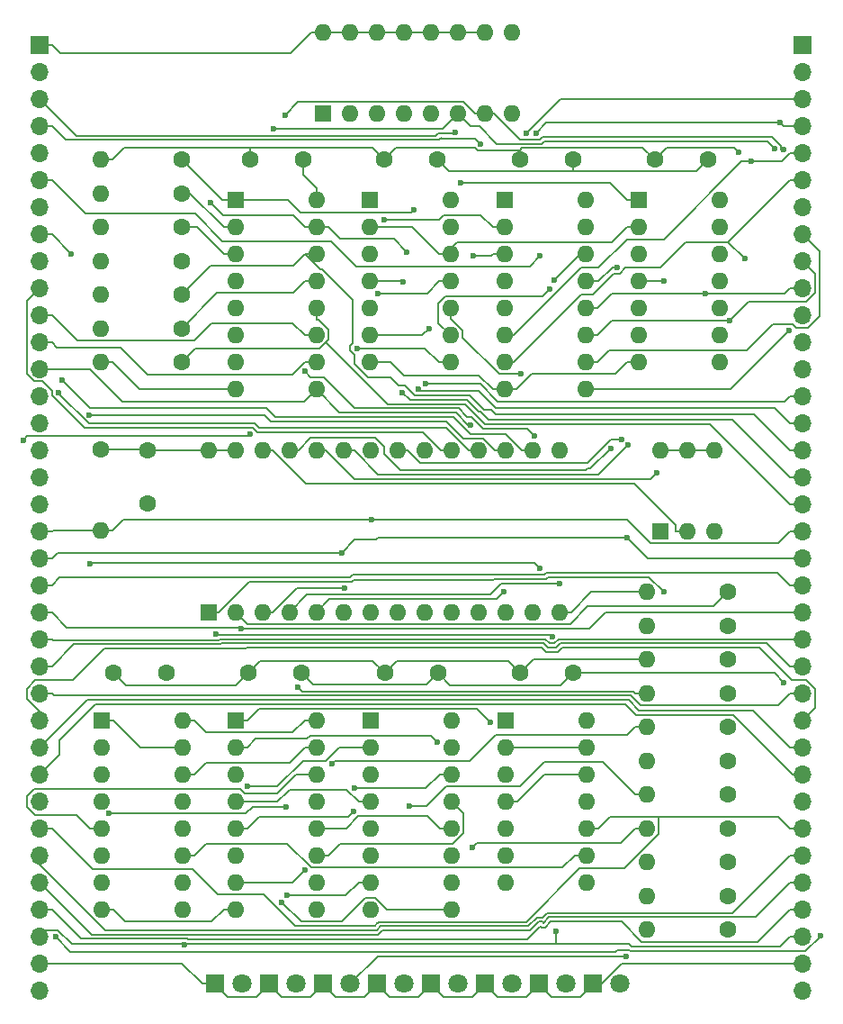
<source format=gbl>
G04 #@! TF.GenerationSoftware,KiCad,Pcbnew,8.0.9-8.0.9-0~ubuntu22.04.1*
G04 #@! TF.CreationDate,2025-06-29T10:34:07+10:00*
G04 #@! TF.ProjectId,UE1-TTL-Memory,5545312d-5454-44c2-9d4d-656d6f72792e,rev?*
G04 #@! TF.SameCoordinates,Original*
G04 #@! TF.FileFunction,Copper,L2,Bot*
G04 #@! TF.FilePolarity,Positive*
%FSLAX46Y46*%
G04 Gerber Fmt 4.6, Leading zero omitted, Abs format (unit mm)*
G04 Created by KiCad (PCBNEW 8.0.9-8.0.9-0~ubuntu22.04.1) date 2025-06-29 10:34:07*
%MOMM*%
%LPD*%
G01*
G04 APERTURE LIST*
G04 #@! TA.AperFunction,ComponentPad*
%ADD10R,1.800000X1.800000*%
G04 #@! TD*
G04 #@! TA.AperFunction,ComponentPad*
%ADD11C,1.800000*%
G04 #@! TD*
G04 #@! TA.AperFunction,ComponentPad*
%ADD12C,1.600000*%
G04 #@! TD*
G04 #@! TA.AperFunction,ComponentPad*
%ADD13O,1.600000X1.600000*%
G04 #@! TD*
G04 #@! TA.AperFunction,ComponentPad*
%ADD14R,1.700000X1.700000*%
G04 #@! TD*
G04 #@! TA.AperFunction,ComponentPad*
%ADD15O,1.700000X1.700000*%
G04 #@! TD*
G04 #@! TA.AperFunction,ComponentPad*
%ADD16R,1.600000X1.600000*%
G04 #@! TD*
G04 #@! TA.AperFunction,ViaPad*
%ADD17C,0.600000*%
G04 #@! TD*
G04 #@! TA.AperFunction,Conductor*
%ADD18C,0.200000*%
G04 #@! TD*
G04 APERTURE END LIST*
D10*
X137160000Y-141605000D03*
D11*
X139700000Y-141605000D03*
D12*
X103505000Y-64135000D03*
D13*
X95885000Y-64135000D03*
D12*
X154940000Y-114300000D03*
D13*
X147320000Y-114300000D03*
D12*
X154940000Y-136525000D03*
D13*
X147320000Y-136525000D03*
D12*
X154940000Y-111125000D03*
D13*
X147320000Y-111125000D03*
D12*
X154940000Y-133350000D03*
D13*
X147320000Y-133350000D03*
D12*
X127635000Y-112395000D03*
X122635000Y-112395000D03*
X102108000Y-112395000D03*
X97108000Y-112395000D03*
X95885000Y-91360000D03*
D13*
X95885000Y-98980000D03*
D14*
X90170000Y-53340000D03*
D15*
X90170000Y-55880000D03*
X90170000Y-58420000D03*
X90170000Y-60960000D03*
X90170000Y-63500000D03*
X90170000Y-66040000D03*
X90170000Y-68580000D03*
X90170000Y-71120000D03*
X90170000Y-73660000D03*
X90170000Y-76200000D03*
X90170000Y-78740000D03*
X90170000Y-81280000D03*
X90170000Y-83820000D03*
X90170000Y-86360000D03*
X90170000Y-88900000D03*
X90170000Y-91440000D03*
X90170000Y-93980000D03*
X90170000Y-96520000D03*
X90170000Y-99060000D03*
X90170000Y-101600000D03*
X90170000Y-104140000D03*
X90170000Y-106680000D03*
X90170000Y-109220000D03*
X90170000Y-111760000D03*
X90170000Y-114300000D03*
X90170000Y-116840000D03*
X90170000Y-119380000D03*
X90170000Y-121920000D03*
X90170000Y-124460000D03*
X90170000Y-127000000D03*
X90170000Y-129540000D03*
X90170000Y-132080000D03*
X90170000Y-134620000D03*
X90170000Y-137160000D03*
X90170000Y-139700000D03*
X90170000Y-142240000D03*
D12*
X103505000Y-83185000D03*
D13*
X95885000Y-83185000D03*
D16*
X108585000Y-67945000D03*
D13*
X108585000Y-70485000D03*
X108585000Y-73025000D03*
X108585000Y-75565000D03*
X108585000Y-78105000D03*
X108585000Y-80645000D03*
X108585000Y-83185000D03*
X108585000Y-85725000D03*
X116205000Y-85725000D03*
X116205000Y-83185000D03*
X116205000Y-80645000D03*
X116205000Y-78105000D03*
X116205000Y-75565000D03*
X116205000Y-73025000D03*
X116205000Y-70485000D03*
X116205000Y-67945000D03*
D10*
X106680000Y-141605000D03*
D11*
X109220000Y-141605000D03*
D12*
X154940000Y-117475000D03*
D13*
X147320000Y-117475000D03*
D12*
X103505000Y-76835000D03*
D13*
X95885000Y-76835000D03*
D12*
X154940000Y-120650000D03*
D13*
X147320000Y-120650000D03*
D12*
X140335000Y-64135000D03*
X135335000Y-64135000D03*
X103505000Y-80010000D03*
D13*
X95885000Y-80010000D03*
D12*
X103505000Y-73660000D03*
D13*
X95885000Y-73660000D03*
D16*
X148590000Y-99060000D03*
D13*
X151130000Y-99060000D03*
X153670000Y-99060000D03*
X153670000Y-91440000D03*
X151130000Y-91440000D03*
X148590000Y-91440000D03*
D16*
X146525000Y-67945000D03*
D13*
X146525000Y-70485000D03*
X146525000Y-73025000D03*
X146525000Y-75565000D03*
X146525000Y-78105000D03*
X146525000Y-80645000D03*
X146525000Y-83185000D03*
X154145000Y-83185000D03*
X154145000Y-80645000D03*
X154145000Y-78105000D03*
X154145000Y-75565000D03*
X154145000Y-73025000D03*
X154145000Y-70485000D03*
X154145000Y-67945000D03*
D12*
X140335000Y-112395000D03*
X135335000Y-112395000D03*
D16*
X116830000Y-59817000D03*
D13*
X119370000Y-59817000D03*
X121910000Y-59817000D03*
X124450000Y-59817000D03*
X126990000Y-59817000D03*
X129530000Y-59817000D03*
X132070000Y-59817000D03*
X134610000Y-59817000D03*
X134610000Y-52197000D03*
X132070000Y-52197000D03*
X129530000Y-52197000D03*
X126990000Y-52197000D03*
X124450000Y-52197000D03*
X121910000Y-52197000D03*
X119370000Y-52197000D03*
X116830000Y-52197000D03*
D12*
X127595000Y-64135000D03*
X122595000Y-64135000D03*
X103505000Y-70485000D03*
D13*
X95885000Y-70485000D03*
D16*
X106045000Y-106680000D03*
D13*
X108585000Y-106680000D03*
X111125000Y-106680000D03*
X113665000Y-106680000D03*
X116205000Y-106680000D03*
X118745000Y-106680000D03*
X121285000Y-106680000D03*
X123825000Y-106680000D03*
X126365000Y-106680000D03*
X128905000Y-106680000D03*
X131445000Y-106680000D03*
X133985000Y-106680000D03*
X136525000Y-106680000D03*
X139065000Y-106680000D03*
X139065000Y-91440000D03*
X136525000Y-91440000D03*
X133985000Y-91440000D03*
X131445000Y-91440000D03*
X128905000Y-91440000D03*
X126365000Y-91440000D03*
X123825000Y-91440000D03*
X121285000Y-91440000D03*
X118745000Y-91440000D03*
X116205000Y-91440000D03*
X113665000Y-91440000D03*
X111125000Y-91440000D03*
X108585000Y-91440000D03*
X106045000Y-91440000D03*
D10*
X121920000Y-141605000D03*
D11*
X124460000Y-141605000D03*
D16*
X108585000Y-116840000D03*
D13*
X108585000Y-119380000D03*
X108585000Y-121920000D03*
X108585000Y-124460000D03*
X108585000Y-127000000D03*
X108585000Y-129540000D03*
X108585000Y-132080000D03*
X108585000Y-134620000D03*
X116205000Y-134620000D03*
X116205000Y-132080000D03*
X116205000Y-129540000D03*
X116205000Y-127000000D03*
X116205000Y-124460000D03*
X116205000Y-121920000D03*
X116205000Y-119380000D03*
X116205000Y-116840000D03*
D12*
X154940000Y-104775000D03*
D13*
X147320000Y-104775000D03*
D16*
X95965000Y-116840000D03*
D13*
X95965000Y-119380000D03*
X95965000Y-121920000D03*
X95965000Y-124460000D03*
X95965000Y-127000000D03*
X95965000Y-129540000D03*
X95965000Y-132080000D03*
X95965000Y-134620000D03*
X103585000Y-134620000D03*
X103585000Y-132080000D03*
X103585000Y-129540000D03*
X103585000Y-127000000D03*
X103585000Y-124460000D03*
X103585000Y-121920000D03*
X103585000Y-119380000D03*
X103585000Y-116840000D03*
D12*
X154940000Y-127000000D03*
D13*
X147320000Y-127000000D03*
D10*
X116840000Y-141605000D03*
D11*
X119380000Y-141605000D03*
D10*
X142240000Y-141605000D03*
D11*
X144780000Y-141605000D03*
D16*
X121285000Y-116840000D03*
D13*
X121285000Y-119380000D03*
X121285000Y-121920000D03*
X121285000Y-124460000D03*
X121285000Y-127000000D03*
X121285000Y-129540000D03*
X121285000Y-132080000D03*
X121285000Y-134620000D03*
X128905000Y-134620000D03*
X128905000Y-132080000D03*
X128905000Y-129540000D03*
X128905000Y-127000000D03*
X128905000Y-124460000D03*
X128905000Y-121920000D03*
X128905000Y-119380000D03*
X128905000Y-116840000D03*
D12*
X103505000Y-67310000D03*
D13*
X95885000Y-67310000D03*
D10*
X132080000Y-141605000D03*
D11*
X134620000Y-141605000D03*
D16*
X133985000Y-116840000D03*
D13*
X133985000Y-119380000D03*
X133985000Y-121920000D03*
X133985000Y-124460000D03*
X133985000Y-127000000D03*
X133985000Y-129540000D03*
X133985000Y-132080000D03*
X141605000Y-132080000D03*
X141605000Y-129540000D03*
X141605000Y-127000000D03*
X141605000Y-124460000D03*
X141605000Y-121920000D03*
X141605000Y-119380000D03*
X141605000Y-116840000D03*
D12*
X114808000Y-112395000D03*
X109808000Y-112395000D03*
X153035000Y-64135000D03*
X148035000Y-64135000D03*
D10*
X111760000Y-141605000D03*
D11*
X114300000Y-141605000D03*
D14*
X161925000Y-53340000D03*
D15*
X161925000Y-55880000D03*
X161925000Y-58420000D03*
X161925000Y-60960000D03*
X161925000Y-63500000D03*
X161925000Y-66040000D03*
X161925000Y-68580000D03*
X161925000Y-71120000D03*
X161925000Y-73660000D03*
X161925000Y-76200000D03*
X161925000Y-78740000D03*
X161925000Y-81280000D03*
X161925000Y-83820000D03*
X161925000Y-86360000D03*
X161925000Y-88900000D03*
X161925000Y-91440000D03*
X161925000Y-93980000D03*
X161925000Y-96520000D03*
X161925000Y-99060000D03*
X161925000Y-101600000D03*
X161925000Y-104140000D03*
X161925000Y-106680000D03*
X161925000Y-109220000D03*
X161925000Y-111760000D03*
X161925000Y-114300000D03*
X161925000Y-116840000D03*
X161925000Y-119380000D03*
X161925000Y-121920000D03*
X161925000Y-124460000D03*
X161925000Y-127000000D03*
X161925000Y-129540000D03*
X161925000Y-132080000D03*
X161925000Y-134620000D03*
X161925000Y-137160000D03*
X161925000Y-139700000D03*
X161925000Y-142240000D03*
D16*
X121245000Y-67945000D03*
D13*
X121245000Y-70485000D03*
X121245000Y-73025000D03*
X121245000Y-75565000D03*
X121245000Y-78105000D03*
X121245000Y-80645000D03*
X121245000Y-83185000D03*
X128865000Y-83185000D03*
X128865000Y-80645000D03*
X128865000Y-78105000D03*
X128865000Y-75565000D03*
X128865000Y-73025000D03*
X128865000Y-70485000D03*
X128865000Y-67945000D03*
D12*
X154940000Y-130175000D03*
D13*
X147320000Y-130175000D03*
D12*
X100330000Y-91440000D03*
X100330000Y-96440000D03*
D10*
X127000000Y-141605000D03*
D11*
X129540000Y-141605000D03*
D12*
X154940000Y-107950000D03*
D13*
X147320000Y-107950000D03*
D12*
X114935000Y-64135000D03*
X109935000Y-64135000D03*
D16*
X133905000Y-67945000D03*
D13*
X133905000Y-70485000D03*
X133905000Y-73025000D03*
X133905000Y-75565000D03*
X133905000Y-78105000D03*
X133905000Y-80645000D03*
X133905000Y-83185000D03*
X133905000Y-85725000D03*
X141525000Y-85725000D03*
X141525000Y-83185000D03*
X141525000Y-80645000D03*
X141525000Y-78105000D03*
X141525000Y-75565000D03*
X141525000Y-73025000D03*
X141525000Y-70485000D03*
X141525000Y-67945000D03*
D12*
X154940000Y-123825000D03*
D13*
X147320000Y-123825000D03*
D17*
X155986500Y-63442500D03*
X160221400Y-113293000D03*
X103826000Y-137971800D03*
X138803400Y-136645700D03*
X88628300Y-90489700D03*
X109990700Y-89934800D03*
X91659300Y-137201700D03*
X163615000Y-137080900D03*
X91958400Y-86033800D03*
X129246400Y-61567200D03*
X93147400Y-72972700D03*
X94818300Y-88112000D03*
X137273100Y-102573300D03*
X94937300Y-102152900D03*
X115110000Y-84032600D03*
X136711300Y-90067700D03*
X132605300Y-117031600D03*
X109095200Y-108183400D03*
X137264100Y-73203700D03*
X112964300Y-133937400D03*
X130993300Y-73158400D03*
X130753700Y-89072300D03*
X121410100Y-97967500D03*
X118583400Y-101079100D03*
X145480300Y-99673400D03*
X144506700Y-74258900D03*
X92251300Y-84826900D03*
X127578800Y-118887500D03*
X122564900Y-69794600D03*
X131628100Y-62642200D03*
X125424600Y-68828500D03*
X126493800Y-85192400D03*
X124299600Y-85992500D03*
X124721200Y-72827400D03*
X125769400Y-85698300D03*
X106273000Y-68195300D03*
X156507600Y-73417200D03*
X152842500Y-76718200D03*
X155103700Y-79277500D03*
X159838300Y-60631500D03*
X136859000Y-61621800D03*
X160705300Y-80179200D03*
X135947100Y-61621800D03*
X159334200Y-63089800D03*
X112189400Y-61216400D03*
X157129800Y-64298600D03*
X160213400Y-63147900D03*
X113245600Y-59962700D03*
X130894400Y-128749800D03*
X148935500Y-104779400D03*
X138589200Y-75461100D03*
X106788900Y-108689400D03*
X138382300Y-108991200D03*
X113355900Y-124985800D03*
X96721700Y-125589900D03*
X113448600Y-133287800D03*
X109755200Y-123055600D03*
X115103300Y-130934700D03*
X119786500Y-123197800D03*
X119734300Y-125409900D03*
X139095300Y-104014900D03*
X138161000Y-76328500D03*
X135494100Y-84290900D03*
X133820900Y-104755300D03*
X124370300Y-75616300D03*
X144916700Y-90399000D03*
X126789100Y-80031800D03*
X129787500Y-66332500D03*
X120011900Y-81844000D03*
X118863300Y-104423600D03*
X148943000Y-75525300D03*
X148269500Y-93554500D03*
X145542600Y-90907200D03*
X121982300Y-76690600D03*
X143904900Y-91295400D03*
X124974600Y-124911400D03*
X145390200Y-139013400D03*
X117647500Y-120947300D03*
X114452100Y-113697500D03*
D18*
X132080000Y-141605000D02*
X130880000Y-142805000D01*
X95965000Y-134620000D02*
X97066700Y-134620000D01*
X147320000Y-104775000D02*
X146218300Y-104775000D01*
X139065000Y-106680000D02*
X140166700Y-106680000D01*
X131141200Y-63006100D02*
X131379000Y-63243900D01*
X118040000Y-142805000D02*
X116840000Y-141605000D01*
X90170000Y-139700000D02*
X103573300Y-139700000D01*
X142071700Y-104775000D02*
X146218300Y-104775000D01*
X95885000Y-83185000D02*
X96986700Y-83185000D01*
X128200000Y-142805000D02*
X127000000Y-141605000D01*
X134233300Y-111293300D02*
X135335000Y-112395000D01*
X123736700Y-111293300D02*
X134233300Y-111293300D01*
X110924400Y-111278600D02*
X121518600Y-111278600D01*
X122635000Y-112395000D02*
X123736700Y-111293300D01*
X103573300Y-139700000D02*
X105478300Y-141605000D01*
X123212000Y-83185000D02*
X122346700Y-83185000D01*
X141040000Y-142805000D02*
X138360000Y-142805000D01*
X133905000Y-85725000D02*
X132803300Y-85725000D01*
X137160000Y-141605000D02*
X135960000Y-142805000D01*
X115640000Y-142805000D02*
X112960000Y-142805000D01*
X106680000Y-141605000D02*
X105478300Y-141605000D01*
X135960000Y-142805000D02*
X133280000Y-142805000D01*
X131471900Y-84393600D02*
X124420600Y-84393600D01*
X143066200Y-141605000D02*
X144971200Y-139700000D01*
X122595000Y-64135000D02*
X123723900Y-63006100D01*
X121245000Y-83185000D02*
X122346700Y-83185000D01*
X124420600Y-84393600D02*
X123212000Y-83185000D01*
X127000000Y-141605000D02*
X125800000Y-142805000D01*
X108585000Y-85725000D02*
X99526700Y-85725000D01*
X98113000Y-63008700D02*
X96986700Y-64135000D01*
X110560000Y-142805000D02*
X107880000Y-142805000D01*
X109935000Y-63008700D02*
X98113000Y-63008700D01*
X98187800Y-135741100D02*
X97066700Y-134620000D01*
X116840000Y-141605000D02*
X115640000Y-142805000D01*
X135551900Y-63027000D02*
X146927000Y-63027000D01*
X133280000Y-142805000D02*
X132080000Y-141605000D01*
X130880000Y-142805000D02*
X128200000Y-142805000D01*
X121468700Y-63008700D02*
X109935000Y-63008700D01*
X107483300Y-134620000D02*
X106362200Y-135741100D01*
X99606700Y-119380000D02*
X97066700Y-116840000D01*
X149172700Y-62997300D02*
X155541300Y-62997300D01*
X155541300Y-62997300D02*
X155986500Y-63442500D01*
X132803300Y-85725000D02*
X131471900Y-84393600D01*
X106362200Y-135741100D02*
X98187800Y-135741100D01*
X146927000Y-63027000D02*
X148035000Y-64135000D01*
X144971200Y-139700000D02*
X161925000Y-139700000D01*
X97108000Y-112395000D02*
X98281200Y-113568200D01*
X135086700Y-124460000D02*
X137626700Y-121920000D01*
X99526700Y-85725000D02*
X96986700Y-83185000D01*
X127000000Y-141605000D02*
X126437100Y-141605000D01*
X147320000Y-111125000D02*
X146218300Y-111125000D01*
X111760000Y-141605000D02*
X110560000Y-142805000D01*
X112960000Y-142805000D02*
X111760000Y-141605000D01*
X144317800Y-84290500D02*
X145423300Y-83185000D01*
X109935000Y-63008700D02*
X109935000Y-64135000D01*
X121518600Y-111278600D02*
X122635000Y-112395000D01*
X103585000Y-119380000D02*
X99606700Y-119380000D01*
X108634800Y-113568200D02*
X109808000Y-112395000D01*
X125800000Y-142805000D02*
X123120000Y-142805000D01*
X142240000Y-141605000D02*
X143066200Y-141605000D01*
X123120000Y-142805000D02*
X121920000Y-141605000D01*
X146525000Y-83185000D02*
X145423300Y-83185000D01*
X122595000Y-64135000D02*
X121468700Y-63008700D01*
X95965000Y-116840000D02*
X97066700Y-116840000D01*
X135335000Y-112395000D02*
X136605000Y-111125000D01*
X98281200Y-113568200D02*
X108634800Y-113568200D01*
X148035000Y-64135000D02*
X149172700Y-62997300D01*
X109808000Y-112395000D02*
X110924400Y-111278600D01*
X136605000Y-111125000D02*
X146218300Y-111125000D01*
X135006700Y-85725000D02*
X136441200Y-84290500D01*
X95885000Y-64135000D02*
X96986700Y-64135000D01*
X136441200Y-84290500D02*
X144317800Y-84290500D01*
X142240000Y-141605000D02*
X141040000Y-142805000D01*
X133905000Y-85725000D02*
X135006700Y-85725000D01*
X137626700Y-121920000D02*
X141605000Y-121920000D01*
X116840000Y-141605000D02*
X116277100Y-141605000D01*
X135335000Y-63243900D02*
X135551900Y-63027000D01*
X133985000Y-124460000D02*
X135086700Y-124460000D01*
X131379000Y-63243900D02*
X135335000Y-63243900D01*
X138360000Y-142805000D02*
X137160000Y-141605000D01*
X107880000Y-142805000D02*
X106680000Y-141605000D01*
X120720000Y-142805000D02*
X118040000Y-142805000D01*
X108585000Y-134620000D02*
X107483300Y-134620000D01*
X140166700Y-106680000D02*
X142071700Y-104775000D01*
X141605000Y-119380000D02*
X133985000Y-119380000D01*
X121920000Y-141605000D02*
X120720000Y-142805000D01*
X123723900Y-63006100D02*
X131141200Y-63006100D01*
X135335000Y-63243900D02*
X135335000Y-64135000D01*
X126532600Y-113497400D02*
X115910400Y-113497400D01*
X116830000Y-52197000D02*
X115728300Y-52197000D01*
X124450000Y-52197000D02*
X126990000Y-52197000D01*
X140335000Y-112395000D02*
X159323400Y-112395000D01*
X116205000Y-116840000D02*
X115103300Y-116840000D01*
X113975000Y-117968300D02*
X105815000Y-117968300D01*
X103585000Y-116840000D02*
X104686700Y-116840000D01*
X114935000Y-65573300D02*
X114935000Y-64135000D01*
X116830000Y-52197000D02*
X119370000Y-52197000D01*
X139211500Y-113518500D02*
X128758500Y-113518500D01*
X124450000Y-52197000D02*
X121910000Y-52197000D01*
X115103300Y-116840000D02*
X113975000Y-117968300D01*
X95885000Y-91360000D02*
X100250000Y-91360000D01*
X159323400Y-112395000D02*
X160221400Y-113293000D01*
X132070000Y-52197000D02*
X129530000Y-52197000D01*
X148590000Y-91440000D02*
X151130000Y-91440000D01*
X90170000Y-53340000D02*
X91321700Y-53340000D01*
X121910000Y-52197000D02*
X119370000Y-52197000D01*
X106045000Y-91440000D02*
X108585000Y-91440000D01*
X105815000Y-117968300D02*
X104686700Y-116840000D01*
X128758500Y-113518500D02*
X127635000Y-112395000D01*
X140335000Y-65236700D02*
X128696700Y-65236700D01*
X126990000Y-52197000D02*
X129530000Y-52197000D01*
X106045000Y-91440000D02*
X104943300Y-91440000D01*
X91321700Y-53340000D02*
X92103600Y-54121900D01*
X116205000Y-66843300D02*
X114935000Y-65573300D01*
X100250000Y-91360000D02*
X100330000Y-91440000D01*
X153670000Y-91440000D02*
X151130000Y-91440000D01*
X140335000Y-65236700D02*
X140335000Y-64135000D01*
X116205000Y-67945000D02*
X116205000Y-66843300D01*
X153035000Y-64135000D02*
X151933300Y-65236700D01*
X100330000Y-91440000D02*
X104943300Y-91440000D01*
X115910400Y-113497400D02*
X114808000Y-112395000D01*
X113803400Y-54121900D02*
X115728300Y-52197000D01*
X151933300Y-65236700D02*
X140335000Y-65236700D01*
X128696700Y-65236700D02*
X127595000Y-64135000D01*
X127635000Y-112395000D02*
X126532600Y-113497400D01*
X140335000Y-112395000D02*
X139211500Y-113518500D01*
X92103600Y-54121900D02*
X113803400Y-54121900D01*
X91897100Y-136574000D02*
X93175400Y-137852300D01*
X159848400Y-138084900D02*
X145880600Y-138084900D01*
X138803400Y-137852300D02*
X138803400Y-136645700D01*
X145648000Y-137852300D02*
X138803400Y-137852300D01*
X116205000Y-119380000D02*
X115103300Y-119380000D01*
X90756000Y-136574000D02*
X91897100Y-136574000D01*
X104686700Y-121920000D02*
X105788400Y-120818300D01*
X113665000Y-120818300D02*
X115103300Y-119380000D01*
X145880600Y-138084900D02*
X145648000Y-137852300D01*
X93175400Y-137852300D02*
X103826000Y-137852300D01*
X90170000Y-137160000D02*
X90756000Y-136574000D01*
X161925000Y-137160000D02*
X160773300Y-137160000D01*
X103585000Y-121920000D02*
X104686700Y-121920000D01*
X105788400Y-120818300D02*
X113665000Y-120818300D01*
X160773300Y-137160000D02*
X159848400Y-138084900D01*
X103826000Y-137852300D02*
X138803400Y-137852300D01*
X103826000Y-137852300D02*
X103826000Y-137971800D01*
X109990700Y-89934800D02*
X109805200Y-90120300D01*
X146837700Y-137652300D02*
X144923900Y-135738500D01*
X94071800Y-137370100D02*
X91321700Y-134620000D01*
X137716900Y-136309800D02*
X137433800Y-136309800D01*
X137433800Y-136309800D02*
X137333700Y-136209700D01*
X157741000Y-137652300D02*
X146837700Y-137652300D01*
X104100900Y-137395800D02*
X104075200Y-137370100D01*
X138288200Y-135738500D02*
X137716900Y-136309800D01*
X109805200Y-90120300D02*
X88997700Y-90120300D01*
X144923900Y-135738500D02*
X138288200Y-135738500D01*
X160773300Y-134620000D02*
X157741000Y-137652300D01*
X137251100Y-136209700D02*
X136065000Y-137395800D01*
X104075200Y-137370100D02*
X94071800Y-137370100D01*
X90170000Y-134620000D02*
X91321700Y-134620000D01*
X161925000Y-134620000D02*
X160773300Y-134620000D01*
X88997700Y-90120300D02*
X88628300Y-90489700D01*
X137333700Y-136209700D02*
X137251100Y-136209700D01*
X136065000Y-137395800D02*
X104100900Y-137395800D01*
X91321700Y-114300000D02*
X91524100Y-114502400D01*
X145768800Y-114502400D02*
X146687600Y-115421200D01*
X161925000Y-114300000D02*
X160773300Y-114300000D01*
X159652100Y-115421200D02*
X160773300Y-114300000D01*
X90170000Y-114300000D02*
X91321700Y-114300000D01*
X146687600Y-115421200D02*
X159652100Y-115421200D01*
X91524100Y-114502400D02*
X145768800Y-114502400D01*
X90170000Y-119380000D02*
X94615100Y-114934900D01*
X157279500Y-115886200D02*
X160773300Y-119380000D01*
X146584500Y-115886200D02*
X157279500Y-115886200D01*
X94615100Y-114934900D02*
X145633200Y-114934900D01*
X161925000Y-119380000D02*
X160773300Y-119380000D01*
X145633200Y-114934900D02*
X146584500Y-115886200D01*
X162251500Y-138547900D02*
X145775600Y-138547900D01*
X163615000Y-137080900D02*
X163615000Y-137184400D01*
X144377600Y-138573500D02*
X93031100Y-138573500D01*
X145775600Y-138547900D02*
X145639400Y-138411700D01*
X145639400Y-138411700D02*
X144539400Y-138411700D01*
X144539400Y-138411700D02*
X144377600Y-138573500D01*
X163615000Y-137184400D02*
X162251500Y-138547900D01*
X93031100Y-138573500D02*
X91659300Y-137201700D01*
X110406200Y-88931400D02*
X94786800Y-88931400D01*
X131445000Y-91440000D02*
X130571600Y-91440000D01*
X94786800Y-88931400D02*
X91958400Y-86103000D01*
X130571600Y-91440000D02*
X128450000Y-89318400D01*
X128450000Y-89318400D02*
X110793200Y-89318400D01*
X110793200Y-89318400D02*
X110406200Y-88931400D01*
X91958400Y-86103000D02*
X91958400Y-86033800D01*
X90170000Y-58420000D02*
X93611600Y-61861600D01*
X127416700Y-61861600D02*
X127661900Y-61616400D01*
X93611600Y-61861600D02*
X127416700Y-61861600D01*
X127661900Y-61616400D02*
X129197200Y-61616400D01*
X129197200Y-61616400D02*
X129246400Y-61567200D01*
X129464300Y-71874900D02*
X144033500Y-71874900D01*
X146525000Y-70485000D02*
X145423300Y-70485000D01*
X128865000Y-73025000D02*
X128314200Y-73025000D01*
X144033500Y-71874900D02*
X144033500Y-71874800D01*
X125223300Y-70485000D02*
X121245000Y-70485000D01*
X128314200Y-73025000D02*
X127763300Y-73025000D01*
X144033500Y-71874800D02*
X145423300Y-70485000D01*
X128314200Y-73025000D02*
X129464300Y-71874900D01*
X127763300Y-73025000D02*
X125223300Y-70485000D01*
X133985000Y-91440000D02*
X133027000Y-91440000D01*
X133027000Y-91440000D02*
X131925300Y-90338300D01*
X91321700Y-71120000D02*
X91321700Y-71147000D01*
X111904500Y-88719600D02*
X111296900Y-88112000D01*
X130066300Y-90338300D02*
X128447600Y-88719600D01*
X91321700Y-71147000D02*
X93147400Y-72972700D01*
X128447600Y-88719600D02*
X111904500Y-88719600D01*
X111296900Y-88112000D02*
X94818300Y-88112000D01*
X90170000Y-71120000D02*
X91321700Y-71120000D01*
X131925300Y-90338300D02*
X130066300Y-90338300D01*
X155400500Y-116331300D02*
X146261700Y-116331300D01*
X146261700Y-116331300D02*
X145267000Y-115336600D01*
X145267000Y-115336600D02*
X95435800Y-115336600D01*
X161925000Y-121920000D02*
X160989200Y-121920000D01*
X92051200Y-120038800D02*
X92051200Y-118721200D01*
X95435800Y-115336600D02*
X92051200Y-118721200D01*
X90170000Y-121920000D02*
X92051200Y-120038800D01*
X160989200Y-121920000D02*
X155400500Y-116331300D01*
X136766300Y-102066500D02*
X95023700Y-102066500D01*
X137273100Y-102573300D02*
X136766300Y-102066500D01*
X95023700Y-102066500D02*
X94937300Y-102152900D01*
X130839700Y-88307100D02*
X130401400Y-88307100D01*
X116205000Y-80645000D02*
X115103300Y-80645000D01*
X115673900Y-84596500D02*
X115110000Y-84032600D01*
X113943000Y-79484700D02*
X115103300Y-80645000D01*
X110788400Y-115738300D02*
X109686700Y-116840000D01*
X104737200Y-81116200D02*
X106368700Y-79484700D01*
X136039100Y-89395500D02*
X131928100Y-89395500D01*
X131928100Y-89395500D02*
X130839700Y-88307100D01*
X130401400Y-88307100D02*
X129599500Y-87505200D01*
X131312000Y-115738300D02*
X110788400Y-115738300D01*
X106368700Y-79484700D02*
X113943000Y-79484700D01*
X90170000Y-78740000D02*
X91321700Y-78740000D01*
X129599500Y-87505200D02*
X119785200Y-87505200D01*
X132605300Y-117031600D02*
X131312000Y-115738300D01*
X108585000Y-116840000D02*
X109686700Y-116840000D01*
X119785200Y-87505200D02*
X116876500Y-84596500D01*
X116876500Y-84596500D02*
X115673900Y-84596500D01*
X93697900Y-81116200D02*
X104737200Y-81116200D01*
X91321700Y-78740000D02*
X93697900Y-81116200D01*
X136711300Y-90067700D02*
X136039100Y-89395500D01*
X109534600Y-110094500D02*
X109630200Y-109998900D01*
X93265900Y-113075500D02*
X96246900Y-110094500D01*
X109630200Y-109998900D02*
X137403200Y-109998900D01*
X137403200Y-109998900D02*
X137800600Y-110396300D01*
X163124100Y-115640900D02*
X163124100Y-113856100D01*
X89761300Y-113075500D02*
X93265900Y-113075500D01*
X90170000Y-116840000D02*
X90170000Y-115976200D01*
X138964100Y-110396300D02*
X139361500Y-109998900D01*
X137800600Y-110396300D02*
X138964100Y-110396300D01*
X160941400Y-113030000D02*
X157910300Y-109998900D01*
X90170000Y-115976200D02*
X88984800Y-114791000D01*
X162298000Y-113030000D02*
X160941400Y-113030000D01*
X88984800Y-114791000D02*
X88984800Y-113852000D01*
X161925000Y-116840000D02*
X163124100Y-115640900D01*
X88984800Y-113852000D02*
X89761300Y-113075500D01*
X157910300Y-109998900D02*
X139361500Y-109998900D01*
X163124100Y-113856100D02*
X162298000Y-113030000D01*
X96246900Y-110094500D02*
X109534600Y-110094500D01*
X161925000Y-109220000D02*
X160773300Y-109220000D01*
X137735900Y-109195500D02*
X137780600Y-109240200D01*
X91321700Y-109220000D02*
X91392800Y-109291100D01*
X107038100Y-109291100D02*
X107132200Y-109197000D01*
X139028800Y-109195500D02*
X160748800Y-109195500D01*
X137780600Y-109240200D02*
X137780600Y-109240300D01*
X138631500Y-109592900D02*
X138984000Y-109240400D01*
X138133200Y-109592900D02*
X138631500Y-109592900D01*
X90170000Y-109220000D02*
X91321700Y-109220000D01*
X138984000Y-109240300D02*
X139028800Y-109195500D01*
X160748800Y-109195500D02*
X160773300Y-109220000D01*
X91392800Y-109291100D02*
X107038100Y-109291100D01*
X138984000Y-109240400D02*
X138984000Y-109240300D01*
X109297600Y-109195500D02*
X137735900Y-109195500D01*
X109296100Y-109197000D02*
X109297600Y-109195500D01*
X107132200Y-109197000D02*
X109296100Y-109197000D01*
X137780600Y-109240300D02*
X138133200Y-109592900D01*
X109145400Y-108233600D02*
X141883000Y-108233600D01*
X90170000Y-106680000D02*
X91321700Y-106680000D01*
X108999500Y-108087700D02*
X92729400Y-108087700D01*
X92729400Y-108087700D02*
X91321700Y-106680000D01*
X109095200Y-108183400D02*
X109145400Y-108233600D01*
X143436600Y-106680000D02*
X161925000Y-106680000D01*
X109095200Y-108183400D02*
X108999500Y-108087700D01*
X141883000Y-108233600D02*
X143436600Y-106680000D01*
X136309200Y-74158600D02*
X119999000Y-74158600D01*
X117627100Y-71786700D02*
X107370700Y-71786700D01*
X137264100Y-73203700D02*
X136309200Y-74158600D01*
X94506500Y-69224800D02*
X91321700Y-66040000D01*
X90170000Y-66040000D02*
X91321700Y-66040000D01*
X107370700Y-71786700D02*
X104808800Y-69224800D01*
X104808800Y-69224800D02*
X94506500Y-69224800D01*
X119999000Y-74158600D02*
X117627100Y-71786700D01*
X112980300Y-133921400D02*
X112964300Y-133937400D01*
X116205000Y-85725000D02*
X115051400Y-86878600D01*
X133905000Y-73025000D02*
X132803300Y-73025000D01*
X132669900Y-73158400D02*
X130993300Y-73158400D01*
X119380000Y-87916100D02*
X129348100Y-87916100D01*
X132803300Y-73025000D02*
X132669900Y-73158400D01*
X129348100Y-87916100D02*
X130504300Y-89072300D01*
X97953100Y-86878600D02*
X94894500Y-83820000D01*
X128905000Y-134620000D02*
X127803300Y-134620000D01*
X127803300Y-134620000D02*
X122843000Y-134620000D01*
X114780600Y-135721700D02*
X112980300Y-133921400D01*
X122843000Y-134619900D02*
X121741400Y-133518300D01*
X118396100Y-87916100D02*
X119380000Y-87916100D01*
X122843000Y-134620000D02*
X122843000Y-134619900D01*
X94894500Y-83820000D02*
X90170000Y-83820000D01*
X120828600Y-133518300D02*
X118625200Y-135721700D01*
X130504300Y-89072300D02*
X130753700Y-89072300D01*
X115051400Y-86878600D02*
X97953100Y-86878600D01*
X116205000Y-85725000D02*
X118396100Y-87916100D01*
X118625200Y-135721700D02*
X114780600Y-135721700D01*
X121741400Y-133518300D02*
X120828600Y-133518300D01*
X159666600Y-100166700D02*
X160773300Y-99060000D01*
X121410100Y-97967500D02*
X145470800Y-97967500D01*
X145470800Y-97967500D02*
X147670000Y-100166700D01*
X97999200Y-97967500D02*
X121410100Y-97967500D01*
X91401700Y-98980000D02*
X91321700Y-99060000D01*
X95885000Y-98980000D02*
X96986700Y-98980000D01*
X90170000Y-99060000D02*
X91321700Y-99060000D01*
X96986700Y-98980000D02*
X97999200Y-97967500D01*
X147670000Y-100166700D02*
X159666600Y-100166700D01*
X161925000Y-99060000D02*
X160773300Y-99060000D01*
X95885000Y-98980000D02*
X91401700Y-98980000D01*
X90170000Y-111760000D02*
X91321700Y-111760000D01*
X161925000Y-111760000D02*
X160773300Y-111760000D01*
X158610500Y-109597200D02*
X160773300Y-111760000D01*
X109463900Y-109597200D02*
X137569500Y-109597200D01*
X139195200Y-109597200D02*
X158610500Y-109597200D01*
X91321700Y-111760000D02*
X93388900Y-109692800D01*
X93388900Y-109692800D02*
X107204400Y-109692800D01*
X109462400Y-109598700D02*
X109463900Y-109597200D01*
X107204400Y-109692800D02*
X107298500Y-109598700D01*
X137569500Y-109597200D02*
X137966900Y-109994600D01*
X138797800Y-109994600D02*
X139195200Y-109597200D01*
X107298500Y-109598700D02*
X109462400Y-109598700D01*
X137966900Y-109994600D02*
X138797800Y-109994600D01*
X137575300Y-135883300D02*
X137458700Y-135766700D01*
X95058400Y-136968400D02*
X90170000Y-132080000D01*
X157516500Y-135336800D02*
X138121900Y-135336800D01*
X137126100Y-135766700D02*
X136314700Y-136578100D01*
X137575400Y-135883300D02*
X137575300Y-135883300D01*
X122008000Y-136968400D02*
X95058400Y-136968400D01*
X122418100Y-136578100D02*
X122182700Y-136813500D01*
X161925000Y-132080000D02*
X160773300Y-132080000D01*
X122017900Y-136978300D02*
X122008000Y-136968400D01*
X138121900Y-135336800D02*
X137575400Y-135883300D01*
X160773300Y-132080000D02*
X157516500Y-135336800D01*
X136314700Y-136578100D02*
X122418100Y-136578100D01*
X122182700Y-136813500D02*
X122017900Y-136978300D01*
X137458700Y-135766700D02*
X137126100Y-135766700D01*
X122182700Y-136813500D02*
X122017900Y-136978300D01*
X121969000Y-99675000D02*
X145478700Y-99675000D01*
X145480300Y-99673400D02*
X147406900Y-101600000D01*
X118583400Y-101079100D02*
X119822700Y-99839800D01*
X91321700Y-101600000D02*
X91842600Y-101079100D01*
X141525000Y-75565000D02*
X142759200Y-75565000D01*
X144065300Y-74258900D02*
X144506700Y-74258900D01*
X121804200Y-99839800D02*
X121969000Y-99675000D01*
X145478700Y-99675000D02*
X145480300Y-99673400D01*
X121804200Y-99839800D02*
X121969000Y-99675000D01*
X90170000Y-101600000D02*
X91321700Y-101600000D01*
X147406900Y-101600000D02*
X161925000Y-101600000D01*
X91842600Y-101079100D02*
X118583400Y-101079100D01*
X119822700Y-99839800D02*
X121804200Y-99839800D01*
X142759200Y-75565000D02*
X144065300Y-74258900D01*
X111490900Y-87504800D02*
X94929200Y-87504800D01*
X129070500Y-88317900D02*
X112304000Y-88317900D01*
X130689200Y-89936600D02*
X129070500Y-88317900D01*
X112304000Y-88317900D02*
X111490900Y-87504800D01*
X134057700Y-89936600D02*
X130689200Y-89936600D01*
X136525000Y-91440000D02*
X135561100Y-91440000D01*
X135561100Y-91440000D02*
X134057700Y-89936600D01*
X94929200Y-87504800D02*
X92251300Y-84826900D01*
X160773300Y-104140000D02*
X161925000Y-104140000D01*
X137855200Y-102960600D02*
X159593900Y-102960600D01*
X92041500Y-103420200D02*
X119361300Y-103420200D01*
X90170000Y-104140000D02*
X91321700Y-104140000D01*
X91321700Y-104140000D02*
X92041500Y-103420200D01*
X132796000Y-103162000D02*
X132809100Y-103175100D01*
X159593900Y-102960600D02*
X160773300Y-104140000D01*
X137640700Y-103175100D02*
X137855200Y-102960600D01*
X119361300Y-103420200D02*
X119619500Y-103162000D01*
X132809100Y-103175100D02*
X137640700Y-103175100D01*
X119619500Y-103162000D02*
X132796000Y-103162000D01*
X131678200Y-69359900D02*
X132803300Y-70485000D01*
X90170000Y-81280000D02*
X91321700Y-81280000D01*
X128205500Y-69359900D02*
X131678200Y-69359900D01*
X108585000Y-119380000D02*
X109686700Y-119380000D01*
X127770800Y-69794600D02*
X128205500Y-69359900D01*
X97748900Y-81757200D02*
X91798900Y-81757200D01*
X127578800Y-118887500D02*
X126959800Y-118268500D01*
X115342400Y-118575000D02*
X110491700Y-118575000D01*
X115648900Y-118268500D02*
X115342400Y-118575000D01*
X113992100Y-84296200D02*
X100287900Y-84296200D01*
X122564900Y-69794600D02*
X127770800Y-69794600D01*
X116205000Y-83185000D02*
X115103300Y-83185000D01*
X133905000Y-70485000D02*
X132803300Y-70485000D01*
X115103300Y-83185000D02*
X113992100Y-84296200D01*
X100287900Y-84296200D02*
X97748900Y-81757200D01*
X91798900Y-81757200D02*
X91321700Y-81280000D01*
X126959800Y-118268500D02*
X115648900Y-118268500D01*
X110491700Y-118575000D02*
X109686700Y-119380000D01*
X131154800Y-62168900D02*
X131628100Y-62642200D01*
X127992000Y-62168900D02*
X131154800Y-62168900D01*
X91321700Y-60960000D02*
X92639700Y-62278000D01*
X90170000Y-60960000D02*
X91321700Y-60960000D01*
X127768500Y-62278000D02*
X127934800Y-62111700D01*
X92639700Y-62278000D02*
X127768500Y-62278000D01*
X127768500Y-62278000D02*
X127934800Y-62111700D01*
X127934800Y-62111700D02*
X127992000Y-62168900D01*
X91321700Y-85878900D02*
X91321700Y-86275700D01*
X110592400Y-89685600D02*
X110239900Y-89333100D01*
X110592400Y-89685700D02*
X110592400Y-89685600D01*
X91321700Y-86275700D02*
X93963000Y-88917000D01*
X89692900Y-84971700D02*
X90414500Y-84971700D01*
X90414500Y-84971700D02*
X91321700Y-85878900D01*
X110239900Y-89333100D02*
X94379100Y-89333100D01*
X89008400Y-77361600D02*
X89008400Y-84287200D01*
X127941000Y-91440000D02*
X126221100Y-89720100D01*
X128905000Y-91440000D02*
X127941000Y-91440000D01*
X94379100Y-89333100D02*
X93963000Y-88917000D01*
X89008400Y-84287200D02*
X89692900Y-84971700D01*
X126221100Y-89720100D02*
X110626800Y-89720100D01*
X110626800Y-89720100D02*
X110592400Y-89685700D01*
X90170000Y-76200000D02*
X89008400Y-77361600D01*
X114250500Y-136148800D02*
X111283400Y-133181700D01*
X160773300Y-127000000D02*
X159666800Y-125893500D01*
X141605000Y-127000000D02*
X142706700Y-127000000D01*
X121850100Y-136010100D02*
X121711400Y-136148800D01*
X148421700Y-127515200D02*
X145170200Y-130766700D01*
X135982100Y-135774700D02*
X122085500Y-135774700D01*
X95169900Y-130848200D02*
X91321700Y-127000000D01*
X143813200Y-125893500D02*
X142706700Y-127000000D01*
X148421700Y-125893500D02*
X143813200Y-125893500D01*
X148421700Y-125893500D02*
X148421700Y-127515200D01*
X161925000Y-127000000D02*
X160773300Y-127000000D01*
X121711400Y-136148800D02*
X114250500Y-136148800D01*
X111283400Y-133181700D02*
X106897000Y-133181700D01*
X145170200Y-130766700D02*
X140990100Y-130766700D01*
X159666800Y-125893500D02*
X148421700Y-125893500D01*
X104563500Y-130848200D02*
X95169900Y-130848200D01*
X90170000Y-127000000D02*
X91321700Y-127000000D01*
X121850100Y-136010100D02*
X121711400Y-136148800D01*
X106897000Y-133181700D02*
X104563500Y-130848200D01*
X140990100Y-130766700D02*
X135982100Y-135774700D01*
X122085500Y-135774700D02*
X121850100Y-136010100D01*
X117118500Y-81310000D02*
X117351700Y-81076800D01*
X131230000Y-88127300D02*
X131227900Y-88127300D01*
X103505000Y-83185000D02*
X104775000Y-81915000D01*
X117351700Y-81076800D02*
X117351700Y-80125100D01*
X161925000Y-96520000D02*
X160773300Y-96520000D01*
X160773300Y-96520000D02*
X153247100Y-88993800D01*
X116433300Y-79206700D02*
X116205000Y-79206700D01*
X117351700Y-80125100D02*
X116433300Y-79206700D01*
X130204100Y-87103500D02*
X122912000Y-87103500D01*
X131227900Y-88127300D02*
X130204100Y-87103500D01*
X153247100Y-88993800D02*
X132096500Y-88993800D01*
X104775000Y-81915000D02*
X116513500Y-81915000D01*
X122912000Y-87103500D02*
X117118500Y-81310000D01*
X116205000Y-78105000D02*
X116205000Y-79206700D01*
X132096500Y-88993800D02*
X131230000Y-88127300D01*
X116513500Y-81915000D02*
X117118500Y-81310000D01*
X114724100Y-69104300D02*
X125148800Y-69104300D01*
X113564800Y-67945000D02*
X114724100Y-69104300D01*
X133298700Y-86837000D02*
X131654200Y-85192500D01*
X160773300Y-86360000D02*
X160296300Y-86837000D01*
X125148800Y-69104300D02*
X125424600Y-68828500D01*
X108585000Y-67945000D02*
X107315000Y-67945000D01*
X107315000Y-67945000D02*
X103505000Y-64135000D01*
X160296300Y-86837000D02*
X133298700Y-86837000D01*
X108585000Y-67945000D02*
X113564800Y-67945000D01*
X126493800Y-85192500D02*
X126493800Y-85192400D01*
X161925000Y-86360000D02*
X160773300Y-86360000D01*
X131654200Y-85192500D02*
X126493800Y-85192500D01*
X156669300Y-82083300D02*
X143728400Y-82083300D01*
X160990400Y-79575100D02*
X159177500Y-79575100D01*
X143728400Y-82083300D02*
X142626700Y-83185000D01*
X163546700Y-72741700D02*
X163546700Y-78873700D01*
X161925000Y-71120000D02*
X163546700Y-72741700D01*
X142626700Y-83185000D02*
X141525000Y-83185000D01*
X159177500Y-79575100D02*
X156669300Y-82083300D01*
X162453400Y-79967000D02*
X161382300Y-79967000D01*
X163546700Y-78873700D02*
X162453400Y-79967000D01*
X161382300Y-79967000D02*
X160990400Y-79575100D01*
X160773300Y-93980000D02*
X155385400Y-88592100D01*
X125008900Y-86701800D02*
X124299600Y-85992500D01*
X132392500Y-88592100D02*
X131612000Y-87811600D01*
X116205000Y-75565000D02*
X115103300Y-75565000D01*
X130372500Y-86701800D02*
X125008900Y-86701800D01*
X114001600Y-76666700D02*
X106848300Y-76666700D01*
X106848300Y-76666700D02*
X103505000Y-80010000D01*
X161925000Y-93980000D02*
X160773300Y-93980000D01*
X155385400Y-88592100D02*
X132392500Y-88592100D01*
X115103300Y-75565000D02*
X114001600Y-76666700D01*
X131612000Y-87811600D02*
X131482300Y-87811600D01*
X131482300Y-87811600D02*
X130372500Y-86701800D01*
X106273000Y-68195300D02*
X107461000Y-69383300D01*
X133060600Y-87438600D02*
X131520400Y-85898400D01*
X118408400Y-71586700D02*
X117306700Y-70485000D01*
X107461000Y-69383300D02*
X114001600Y-69383300D01*
X124721200Y-72827400D02*
X123480500Y-71586700D01*
X161925000Y-88900000D02*
X160773300Y-88900000D01*
X115654200Y-70485000D02*
X116205000Y-70485000D01*
X125969500Y-85898400D02*
X125769400Y-85698300D01*
X159311900Y-87438600D02*
X133060600Y-87438600D01*
X160773300Y-88900000D02*
X159311900Y-87438600D01*
X115654200Y-70485000D02*
X115103300Y-70485000D01*
X131520400Y-85898400D02*
X125969500Y-85898400D01*
X123480500Y-71586700D02*
X118408400Y-71586700D01*
X114001600Y-69383300D02*
X115103300Y-70485000D01*
X116205000Y-70485000D02*
X117306700Y-70485000D01*
X119635500Y-77320800D02*
X119635500Y-81311500D01*
X125462500Y-86298600D02*
X124610300Y-85446400D01*
X132694400Y-87640400D02*
X132008800Y-87640400D01*
X123986600Y-85390800D02*
X123184200Y-84588400D01*
X161925000Y-91440000D02*
X160773300Y-91440000D01*
X130668500Y-86300100D02*
X125478800Y-86300100D01*
X116778000Y-74463300D02*
X119635500Y-77320800D01*
X157375400Y-88042100D02*
X133096100Y-88042100D01*
X124604400Y-85446400D02*
X124548800Y-85390800D01*
X119801800Y-83327900D02*
X119801800Y-82484700D01*
X119801800Y-82484700D02*
X119410200Y-82093100D01*
X119635500Y-81311500D02*
X119664600Y-81340500D01*
X160773300Y-91440000D02*
X157375400Y-88042100D01*
X115103300Y-73025000D02*
X116541600Y-74463300D01*
X124610300Y-85446400D02*
X124604400Y-85446400D01*
X116205000Y-73025000D02*
X115103300Y-73025000D01*
X124548800Y-85390800D02*
X123986600Y-85390800D01*
X119635500Y-81311500D02*
X119664600Y-81340500D01*
X119410200Y-82093100D02*
X119410200Y-81594900D01*
X114001600Y-74126700D02*
X106213300Y-74126700D01*
X123184200Y-84588400D02*
X121062300Y-84588400D01*
X115103300Y-73025000D02*
X114001600Y-74126700D01*
X125477300Y-86298600D02*
X125462500Y-86298600D01*
X106213300Y-74126700D02*
X103505000Y-76835000D01*
X133096100Y-88042100D02*
X132694400Y-87640400D01*
X121062300Y-84588400D02*
X119801800Y-83327900D01*
X125478800Y-86300100D02*
X125477300Y-86298600D01*
X132008800Y-87640400D02*
X130668500Y-86300100D01*
X119410200Y-81594900D02*
X119664600Y-81340500D01*
X116541600Y-74463300D02*
X116778000Y-74463300D01*
X144201400Y-74860600D02*
X144755900Y-74860600D01*
X141128400Y-76835000D02*
X142227000Y-76835000D01*
X133905000Y-83185000D02*
X134778400Y-83185000D01*
X150927000Y-71914700D02*
X154898600Y-71914700D01*
X134778400Y-83185000D02*
X141128400Y-76835000D01*
X154951900Y-71861400D02*
X156507600Y-73417200D01*
X142227000Y-76835000D02*
X144201400Y-74860600D01*
X148546700Y-74295000D02*
X150927000Y-71914700D01*
X145321500Y-74295000D02*
X148546700Y-74295000D01*
X144755900Y-74860600D02*
X145321500Y-74295000D01*
X160773300Y-66040000D02*
X154951900Y-71861400D01*
X161925000Y-66040000D02*
X160773300Y-66040000D01*
X154898600Y-71914700D02*
X154951900Y-71861400D01*
X160255100Y-76718200D02*
X152842500Y-76718200D01*
X160773300Y-76200000D02*
X160255100Y-76718200D01*
X161925000Y-76200000D02*
X160773300Y-76200000D01*
X144013500Y-76718200D02*
X142626700Y-78105000D01*
X152842500Y-76718200D02*
X144013500Y-76718200D01*
X141525000Y-78105000D02*
X142626700Y-78105000D01*
X155103700Y-79277500D02*
X143994200Y-79277500D01*
X156911200Y-77470000D02*
X155103700Y-79277500D01*
X163124100Y-76643900D02*
X162298000Y-77470000D01*
X162298000Y-77470000D02*
X156911200Y-77470000D01*
X143994200Y-79277500D02*
X142626700Y-80645000D01*
X141525000Y-80645000D02*
X142626700Y-80645000D01*
X161925000Y-73660000D02*
X163124100Y-74859100D01*
X163124100Y-74859100D02*
X163124100Y-76643900D01*
X159838300Y-60631500D02*
X137849300Y-60631500D01*
X160166800Y-60960000D02*
X159838300Y-60631500D01*
X137849300Y-60631500D02*
X136859000Y-61621800D01*
X161925000Y-60960000D02*
X160166800Y-60960000D01*
X160705300Y-80179200D02*
X155159500Y-85725000D01*
X141525000Y-85725000D02*
X142626700Y-85725000D01*
X155159500Y-85725000D02*
X142626700Y-85725000D01*
X139148900Y-58420000D02*
X135947100Y-61621800D01*
X161925000Y-58420000D02*
X139148900Y-58420000D01*
X112189400Y-61216400D02*
X128130600Y-61216400D01*
X129530000Y-59817000D02*
X130678400Y-60965400D01*
X137426800Y-62625300D02*
X133210700Y-62625300D01*
X158641200Y-62396800D02*
X137655300Y-62396800D01*
X104308300Y-67310000D02*
X103505000Y-67310000D01*
X137655300Y-62396800D02*
X137426800Y-62625300D01*
X107483300Y-70485000D02*
X104308300Y-67310000D01*
X128130600Y-61216400D02*
X129530000Y-59817000D01*
X108585000Y-70485000D02*
X107483300Y-70485000D01*
X159334200Y-63089800D02*
X158641200Y-62396800D01*
X133210700Y-62625300D02*
X131550800Y-60965400D01*
X130678400Y-60965400D02*
X131550800Y-60965400D01*
X133905000Y-80645000D02*
X134778400Y-80645000D01*
X148890000Y-71613400D02*
X156204800Y-64298600D01*
X156204800Y-64298600D02*
X157129800Y-64298600D01*
X157129800Y-64298600D02*
X159974700Y-64298600D01*
X141128400Y-74295000D02*
X142762600Y-74295000D01*
X142762600Y-74295000D02*
X145444200Y-71613400D01*
X159974700Y-64298600D02*
X160773300Y-63500000D01*
X134778400Y-80645000D02*
X141128400Y-74295000D01*
X145444200Y-71613400D02*
X148890000Y-71613400D01*
X161925000Y-63500000D02*
X160773300Y-63500000D01*
X159949400Y-62854100D02*
X159949400Y-63147900D01*
X132070000Y-59817000D02*
X132943400Y-59817000D01*
X159949400Y-63147900D02*
X160213400Y-63147900D01*
X131106000Y-59817000D02*
X129999100Y-58710100D01*
X104943300Y-70485000D02*
X103505000Y-70485000D01*
X107483300Y-73025000D02*
X104943300Y-70485000D01*
X129999100Y-58710100D02*
X114498200Y-58710100D01*
X135350000Y-62223600D02*
X137260500Y-62223600D01*
X137260500Y-62223600D02*
X137489000Y-61995100D01*
X159090400Y-61995100D02*
X159949400Y-62854100D01*
X132070000Y-59817000D02*
X131106000Y-59817000D01*
X114498200Y-58710100D02*
X113245600Y-59962700D01*
X108585000Y-73025000D02*
X107483300Y-73025000D01*
X132943400Y-59817000D02*
X135350000Y-62223600D01*
X137489000Y-61995100D02*
X159090400Y-61995100D01*
X146218300Y-127000000D02*
X144892400Y-128325900D01*
X131318300Y-128325900D02*
X130894400Y-128749800D01*
X147320000Y-127000000D02*
X146218300Y-127000000D01*
X144892400Y-128325900D02*
X131318300Y-128325900D01*
X153578100Y-106136900D02*
X154940000Y-104775000D01*
X141734200Y-106136900D02*
X153578100Y-106136900D01*
X109687100Y-107782100D02*
X140089000Y-107782100D01*
X140089000Y-107782100D02*
X141734200Y-106136900D01*
X108585000Y-106680000D02*
X109687100Y-107782100D01*
X150028300Y-98442100D02*
X150028300Y-99060000D01*
X112091900Y-91440000D02*
X115203500Y-94551600D01*
X146137800Y-94551600D02*
X150028300Y-98442100D01*
X111125000Y-91440000D02*
X112091900Y-91440000D01*
X115203500Y-94551600D02*
X146137800Y-94551600D01*
X150028300Y-99060000D02*
X151130000Y-99060000D01*
X119676200Y-103673300D02*
X132852700Y-103673300D01*
X137807000Y-103576800D02*
X138021500Y-103362300D01*
X132949200Y-103576800D02*
X137807000Y-103576800D01*
X119527600Y-103821900D02*
X119676200Y-103673300D01*
X107009000Y-106680000D02*
X109867100Y-103821900D01*
X109867100Y-103821900D02*
X119527600Y-103821900D01*
X132852700Y-103673300D02*
X132949200Y-103576800D01*
X138021500Y-103362300D02*
X147518400Y-103362300D01*
X147518400Y-103362300D02*
X148935500Y-104779400D01*
X106045000Y-106680000D02*
X107009000Y-106680000D01*
X105810100Y-128416600D02*
X104686700Y-129540000D01*
X140503300Y-129540000D02*
X139396000Y-130647300D01*
X113479900Y-128416600D02*
X105810100Y-128416600D01*
X139396000Y-130647300D02*
X115710600Y-130647300D01*
X103585000Y-129540000D02*
X104686700Y-129540000D01*
X115710600Y-130647300D02*
X113479900Y-128416600D01*
X141605000Y-129540000D02*
X140503300Y-129540000D01*
X106888900Y-108789400D02*
X106788900Y-108689400D01*
X138382300Y-108991200D02*
X138180500Y-108789400D01*
X141525000Y-73025000D02*
X141025300Y-73025000D01*
X138180500Y-108789400D02*
X106888900Y-108789400D01*
X141025300Y-73025000D02*
X138589200Y-75461100D01*
X93593300Y-125730000D02*
X89718400Y-125730000D01*
X95965000Y-127000000D02*
X94863300Y-127000000D01*
X89672800Y-123298300D02*
X109064200Y-123298300D01*
X112543100Y-123700800D02*
X114323900Y-121920000D01*
X94863300Y-127000000D02*
X93593300Y-125730000D01*
X109466700Y-123700800D02*
X112543100Y-123700800D01*
X88983100Y-124994700D02*
X88983100Y-123988000D01*
X89718400Y-125730000D02*
X88983100Y-124994700D01*
X88983100Y-123988000D02*
X89672800Y-123298300D01*
X114323900Y-121920000D02*
X116205000Y-121920000D01*
X109064200Y-123298300D02*
X109466700Y-123700800D01*
X113448600Y-133287800D02*
X118975500Y-133287800D01*
X118975500Y-133287800D02*
X120183300Y-132080000D01*
X110197500Y-124985800D02*
X109593400Y-125589900D01*
X121285000Y-132080000D02*
X120183300Y-132080000D01*
X113355900Y-124985800D02*
X110197500Y-124985800D01*
X109593400Y-125589900D02*
X96721700Y-125589900D01*
X114958800Y-120650100D02*
X112553300Y-123055600D01*
X117093900Y-120650100D02*
X114958800Y-120650100D01*
X118364000Y-119380000D02*
X117093900Y-120650100D01*
X120183300Y-119380000D02*
X118364000Y-119380000D01*
X121285000Y-119380000D02*
X120183300Y-119380000D01*
X112553300Y-123055600D02*
X109755200Y-123055600D01*
X128905000Y-124460000D02*
X130021800Y-125576800D01*
X130021800Y-127444600D02*
X129028100Y-128438300D01*
X118408400Y-128438300D02*
X117306700Y-129540000D01*
X130021800Y-125576800D02*
X130021800Y-127444600D01*
X117306700Y-129540000D02*
X116205000Y-129540000D01*
X129028100Y-128438300D02*
X118408400Y-128438300D01*
X121285000Y-124460000D02*
X120183300Y-124460000D01*
X113514400Y-123497700D02*
X113680700Y-123331400D01*
X108585000Y-124460000D02*
X109686700Y-124460000D01*
X113514400Y-123497700D02*
X113680700Y-123331400D01*
X119054700Y-123331400D02*
X120183300Y-124460000D01*
X109686700Y-124460000D02*
X112552100Y-124460000D01*
X113680700Y-123331400D02*
X119054700Y-123331400D01*
X112552100Y-124460000D02*
X113514400Y-123497700D01*
X108585000Y-132080000D02*
X113958000Y-132080000D01*
X113958000Y-132080000D02*
X115103300Y-130934700D01*
X128905000Y-121920000D02*
X127803300Y-121920000D01*
X127803300Y-121920000D02*
X126525500Y-123197800D01*
X126525500Y-123197800D02*
X119786500Y-123197800D01*
X108585000Y-127000000D02*
X109686700Y-127000000D01*
X110788400Y-125898300D02*
X119245900Y-125898300D01*
X119245900Y-125898300D02*
X119734300Y-125409900D01*
X109686700Y-127000000D02*
X110788400Y-125898300D01*
X117306700Y-127000000D02*
X118995500Y-127000000D01*
X126662200Y-125858900D02*
X127803300Y-127000000D01*
X128905000Y-127000000D02*
X127803300Y-127000000D01*
X116205000Y-127000000D02*
X117306700Y-127000000D01*
X118995500Y-127000000D02*
X120136600Y-125858900D01*
X120136600Y-125858900D02*
X126662200Y-125858900D01*
X127697900Y-79477900D02*
X127697900Y-77622700D01*
X128865000Y-80645000D02*
X127697900Y-79477900D01*
X139095300Y-104014900D02*
X133595000Y-104014900D01*
X133595000Y-104014900D02*
X132584600Y-105025300D01*
X127697900Y-77622700D02*
X128346700Y-76973900D01*
X137515600Y-76973900D02*
X138161000Y-76328500D01*
X128346700Y-76973900D02*
X137515600Y-76973900D01*
X115319700Y-105025300D02*
X113665000Y-106680000D01*
X132584600Y-105025300D02*
X115319700Y-105025300D01*
X129966700Y-80831000D02*
X133426500Y-84290800D01*
X116205000Y-106680000D02*
X117458000Y-105427000D01*
X128865000Y-79068900D02*
X129966700Y-80170600D01*
X135494100Y-84290800D02*
X135494100Y-84290900D01*
X117458000Y-105427000D02*
X133149200Y-105427000D01*
X133426500Y-84290800D02*
X135494100Y-84290800D01*
X128865000Y-78105000D02*
X128865000Y-79068900D01*
X129966700Y-80170600D02*
X129966700Y-80831000D01*
X133149200Y-105427000D02*
X133820900Y-104755300D01*
X124319000Y-75565000D02*
X124370300Y-75616300D01*
X121245000Y-75565000D02*
X124319000Y-75565000D01*
X123825000Y-91440000D02*
X124788900Y-91440000D01*
X124788900Y-91440000D02*
X125949800Y-92600900D01*
X125949800Y-92600900D02*
X141734600Y-92600900D01*
X141734600Y-92600900D02*
X143936500Y-90399000D01*
X143936500Y-90399000D02*
X144916700Y-90399000D01*
X126789100Y-80031800D02*
X126175900Y-80645000D01*
X126175900Y-80645000D02*
X121245000Y-80645000D01*
X114345400Y-104423600D02*
X118863300Y-104423600D01*
X146525000Y-67945000D02*
X145423300Y-67945000D01*
X126422300Y-81844000D02*
X127763300Y-83185000D01*
X111125000Y-106680000D02*
X112089000Y-106680000D01*
X128865000Y-83185000D02*
X127763300Y-83185000D01*
X112089000Y-106680000D02*
X114345400Y-104423600D01*
X145423300Y-67945000D02*
X143810800Y-66332500D01*
X143810800Y-66332500D02*
X129787500Y-66332500D01*
X120011900Y-81844000D02*
X126422300Y-81844000D01*
X148903300Y-75565000D02*
X148943000Y-75525300D01*
X146525000Y-75565000D02*
X148903300Y-75565000D01*
X119786900Y-94148500D02*
X147675500Y-94148500D01*
X147675500Y-94148500D02*
X148269500Y-93554500D01*
X117078400Y-91440000D02*
X119786900Y-94148500D01*
X116205000Y-91440000D02*
X117078400Y-91440000D01*
X118745000Y-91440000D02*
X119846700Y-91440000D01*
X119846700Y-91575800D02*
X122016200Y-93745300D01*
X122016200Y-93745300D02*
X142704500Y-93745300D01*
X119846700Y-91440000D02*
X119846700Y-91575800D01*
X142704500Y-93745300D02*
X145542600Y-90907200D01*
X128865000Y-75565000D02*
X127763300Y-75565000D01*
X127763300Y-75565000D02*
X126637700Y-76690600D01*
X126637700Y-76690600D02*
X121982300Y-76690600D01*
X142021500Y-93178800D02*
X143904900Y-91295400D01*
X141571600Y-93343600D02*
X141736400Y-93178800D01*
X121711500Y-90298800D02*
X122555000Y-91142300D01*
X115679600Y-90298800D02*
X121711500Y-90298800D01*
X114538400Y-91440000D02*
X115679600Y-90298800D01*
X141736400Y-93178800D02*
X142021500Y-93178800D01*
X122555000Y-91766500D02*
X124132100Y-93343600D01*
X122555000Y-91142300D02*
X122555000Y-91766500D01*
X113665000Y-91440000D02*
X114538400Y-91440000D01*
X141736400Y-93178800D02*
X141571600Y-93343600D01*
X124132100Y-93343600D02*
X141571600Y-93343600D01*
X137671100Y-120750000D02*
X135372700Y-123048400D01*
X147320000Y-123825000D02*
X146218300Y-123825000D01*
X146218300Y-123825000D02*
X143143300Y-120750000D01*
X128408800Y-123048400D02*
X126545800Y-124911400D01*
X135372700Y-123048400D02*
X128408800Y-123048400D01*
X143143300Y-120750000D02*
X137671100Y-120750000D01*
X126545800Y-124911400D02*
X124974600Y-124911400D01*
X121971600Y-139013400D02*
X119380000Y-141605000D01*
X145390200Y-139013400D02*
X121971600Y-139013400D01*
X145481700Y-118211600D02*
X133057900Y-118211600D01*
X133057900Y-118211600D02*
X130614700Y-120654800D01*
X147320000Y-117475000D02*
X146218300Y-117475000D01*
X130614700Y-120654800D02*
X117940000Y-120654800D01*
X117940000Y-120654800D02*
X117647500Y-120947300D01*
X146218300Y-117475000D02*
X145481700Y-118211600D01*
X114853800Y-114099200D02*
X146017500Y-114099200D01*
X114452100Y-113697500D02*
X114853800Y-114099200D01*
X146017500Y-114099200D02*
X146218300Y-114300000D01*
X147320000Y-114300000D02*
X146218300Y-114300000D01*
X122251800Y-136176400D02*
X136148400Y-136176400D01*
X90170000Y-130402700D02*
X96318700Y-136551400D01*
X90170000Y-129540000D02*
X90170000Y-130402700D01*
X136148400Y-136176400D02*
X136959800Y-135365000D01*
X137955600Y-134935100D02*
X155378200Y-134935100D01*
X155378200Y-134935100D02*
X160773300Y-129540000D01*
X136959800Y-135365000D02*
X137525700Y-135365000D01*
X96318700Y-136551400D02*
X121876800Y-136551400D01*
X121876800Y-136551400D02*
X122251800Y-136176400D01*
X160773300Y-129540000D02*
X161925000Y-129540000D01*
X137525700Y-135365000D02*
X137955600Y-134935100D01*
M02*

</source>
